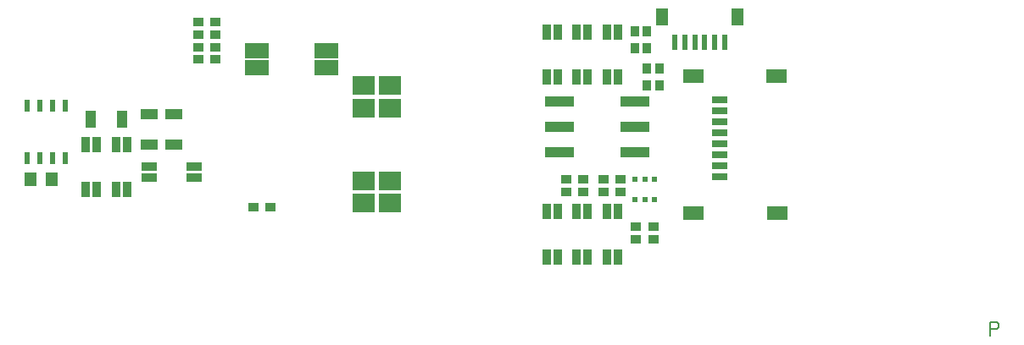
<source format=gtp>
G04 BAE OUTPUT*
%MOIN*%
%ADD10C,0.00500*%
%ADD11C,0.00787*%
%ADD12R,0.00787X0.05904*%
%ADD13R,0.00787X0.05906*%
%ADD14R,0.00787X0.06299*%
%ADD15R,0.00787X0.10236*%
%ADD16C,0.00984*%
%ADD17R,0.00984X0.09843*%
%ADD18R,0.00984X0.11811*%
%ADD19R,0.00984X0.27559*%
%ADD20R,0.00984X0.44291*%
%ADD21C,0.00985*%
%ADD22R,0.00985X0.09843*%
%ADD23R,0.00985X0.11811*%
%ADD24R,0.00985X0.27559*%
%ADD25R,0.00985X0.44291*%
%ADD26R,0.01102X0.05904*%
%ADD27R,0.01102X0.05906*%
%ADD28C,0.01181*%
%ADD29R,0.01181X0.06102*%
%ADD30R,0.01181X0.11811*%
%ADD31C,0.01575*%
%ADD32R,0.01575X0.02362*%
%ADD33R,0.01575X0.05906*%
%ADD34R,0.01575X0.18898*%
%ADD35R,0.01575X0.23228*%
%ADD36C,0.01576*%
%ADD37R,0.01576X0.02362*%
%ADD38R,0.01576X0.05904*%
%ADD39R,0.01576X0.18898*%
%ADD40R,0.01576X0.23228*%
%ADD41R,0.01693X0.06496*%
%ADD42R,0.01772X0.06693*%
%ADD43C,0.01969*%
%ADD44R,0.01969X0.02362*%
%ADD45R,0.02164X0.06496*%
%ADD46R,0.02165X0.06496*%
%ADD47R,0.02362X0.01575*%
%ADD48R,0.02362X0.01576*%
%ADD49R,0.02362X0.01969*%
%ADD50C,0.02362*%
%ADD51R,0.02362X0.02362*%
%ADD52R,0.02362X0.02755*%
%ADD53R,0.02362X0.02756*%
%ADD54R,0.02362X0.05118*%
%ADD55R,0.02362X0.06102*%
%ADD56R,0.02520X0.02520*%
%ADD57R,0.02755X0.02362*%
%ADD58R,0.02756X0.02362*%
%ADD59R,0.02953X0.03346*%
%ADD60R,0.02953X0.05709*%
%ADD61R,0.02953X0.06693*%
%ADD62R,0.03150X0.05904*%
%ADD63R,0.03150X0.05906*%
%ADD64R,0.03346X0.02953*%
%ADD65C,0.03543*%
%ADD66R,0.03543X0.04331*%
%ADD67R,0.03543X0.04724*%
%ADD68R,0.03543X0.04725*%
%ADD69R,0.03543X0.05904*%
%ADD70R,0.03543X0.05906*%
%ADD71R,0.03543X0.06299*%
%ADD72R,0.03740X0.06496*%
%ADD73C,0.03937*%
%ADD74R,0.03937X0.04134*%
%ADD75R,0.03937X0.06693*%
%ADD76R,0.03937X0.11811*%
%ADD77R,0.04134X0.03937*%
%ADD78R,0.04134X0.04921*%
%ADD79R,0.04134X0.05315*%
%ADD80R,0.04134X0.05316*%
%ADD81R,0.04134X0.08661*%
%ADD82R,0.04331X0.03543*%
%ADD83R,0.04331X0.06693*%
%ADD84R,0.04331X0.10236*%
%ADD85R,0.04528X0.04724*%
%ADD86R,0.04528X0.04725*%
%ADD87R,0.04528X0.07283*%
%ADD88R,0.04528X0.12402*%
%ADD89R,0.04724X0.03543*%
%ADD90R,0.04724X0.04528*%
%ADD91R,0.04724X0.05512*%
%ADD92R,0.04724X0.05906*%
%ADD93R,0.04724X0.07087*%
%ADD94R,0.04724X0.09252*%
%ADD95R,0.04725X0.03543*%
%ADD96R,0.04725X0.04528*%
%ADD97R,0.04725X0.05512*%
%ADD98R,0.04725X0.05904*%
%ADD99R,0.04725X0.07087*%
%ADD100R,0.04725X0.09252*%
%ADD101R,0.04921X0.04134*%
%ADD102R,0.04921X0.07283*%
%ADD103R,0.04921X0.10827*%
%ADD104R,0.05118X0.02362*%
%ADD105R,0.05315X0.04134*%
%ADD106R,0.05315X0.06102*%
%ADD107R,0.05315X0.06496*%
%ADD108R,0.05315X0.07677*%
%ADD109R,0.05316X0.04134*%
%ADD110R,0.05316X0.06102*%
%ADD111R,0.05316X0.06496*%
%ADD112R,0.05316X0.07677*%
%ADD113R,0.05512X0.04724*%
%ADD114R,0.05512X0.04725*%
%ADD115R,0.05709X0.02953*%
%ADD116R,0.05709X0.07874*%
%ADD117R,0.05709X0.07875*%
%ADD118R,0.05904X0.00787*%
%ADD119R,0.05904X0.01102*%
%ADD120R,0.05904X0.01576*%
%ADD121R,0.05904X0.03150*%
%ADD122R,0.05904X0.03543*%
%ADD123R,0.05904X0.04725*%
%ADD124R,0.05904X0.09449*%
%ADD125R,0.05906X0.00787*%
%ADD126R,0.05906X0.01102*%
%ADD127R,0.05906X0.01575*%
%ADD128R,0.05906X0.03150*%
%ADD129R,0.05906X0.03543*%
%ADD130R,0.05906X0.04724*%
%ADD131R,0.05906X0.09449*%
%ADD132R,0.06102X0.01181*%
%ADD133R,0.06102X0.02362*%
%ADD134R,0.06102X0.05315*%
%ADD135R,0.06102X0.05316*%
%ADD136R,0.06299X0.00787*%
%ADD137R,0.06299X0.03543*%
%ADD138C,0.06299*%
%ADD139R,0.06299X0.08268*%
%ADD140R,0.06299X0.08465*%
%ADD141R,0.06299X0.08466*%
%ADD142R,0.06299X0.13780*%
%ADD143R,0.06496X0.01693*%
%ADD144R,0.06496X0.02164*%
%ADD145R,0.06496X0.02165*%
%ADD146R,0.06496X0.03740*%
%ADD147R,0.06496X0.05315*%
%ADD148R,0.06496X0.05316*%
%ADD149R,0.06693X0.01772*%
%ADD150R,0.06693X0.02953*%
%ADD151R,0.06693X0.03937*%
%ADD152R,0.06693X0.04331*%
%ADD153R,0.06890X0.08858*%
%ADD154R,0.06890X0.14370*%
%ADD155R,0.07087X0.04724*%
%ADD156R,0.07087X0.04725*%
%ADD157C,0.07087*%
%ADD158R,0.07283X0.04528*%
%ADD159R,0.07283X0.04921*%
%ADD160R,0.07283X0.08661*%
%ADD161C,0.07480*%
%ADD162R,0.07677X0.05315*%
%ADD163R,0.07677X0.05316*%
%ADD164C,0.07677*%
%ADD165R,0.07874X0.05709*%
%ADD166R,0.07874X0.23622*%
%ADD167R,0.07875X0.05709*%
%ADD168R,0.07875X0.23622*%
%ADD169R,0.08268X0.06299*%
%ADD170C,0.08268*%
%ADD171R,0.08465X0.06299*%
%ADD172R,0.08465X0.24213*%
%ADD173R,0.08466X0.06299*%
%ADD174R,0.08466X0.24213*%
%ADD175R,0.08661X0.04134*%
%ADD176R,0.08661X0.07283*%
%ADD177R,0.08858X0.06890*%
%ADD178C,0.09054*%
%ADD179C,0.09055*%
%ADD180R,0.09252X0.04724*%
%ADD181R,0.09252X0.04725*%
%ADD182R,0.09449X0.05904*%
%ADD183R,0.09449X0.05906*%
%ADD184C,0.09449*%
%ADD185R,0.09843X0.00984*%
%ADD186R,0.09843X0.00985*%
%ADD187R,0.09843X0.12992*%
%ADD188R,0.10236X0.00787*%
%ADD189R,0.10236X0.04331*%
%ADD190R,0.10433X0.13583*%
%ADD191R,0.10827X0.04921*%
%ADD192R,0.11811X0.00984*%
%ADD193R,0.11811X0.00985*%
%ADD194R,0.11811X0.01181*%
%ADD195R,0.11811X0.03937*%
%ADD196R,0.12402X0.04528*%
%ADD197C,0.12598*%
%ADD198R,0.12992X0.09843*%
%ADD199R,0.13583X0.10433*%
%ADD200R,0.13780X0.06299*%
%ADD201R,0.14370X0.06890*%
%ADD202R,0.16142X0.18898*%
%ADD203R,0.16732X0.19488*%
%ADD204C,0.17717*%
%ADD205R,0.18898X0.01575*%
%ADD206R,0.18898X0.01576*%
%ADD207R,0.18898X0.16142*%
%ADD208R,0.19488X0.16732*%
%ADD209R,0.23228X0.01575*%
%ADD210R,0.23228X0.01576*%
%ADD211R,0.23622X0.07874*%
%ADD212R,0.23622X0.07875*%
%ADD213R,0.24213X0.08465*%
%ADD214R,0.24213X0.08466*%
%ADD215R,0.27559X0.00984*%
%ADD216R,0.27559X0.00985*%
%ADD217R,0.44291X0.00984*%
%ADD218R,0.44291X0.00985*%
%FSLAX34Y34*%
%MOMM*%
G01*
X0Y0D02*
G54D11*
X1447500Y180833D02*
Y194167D01*
X1447500Y194167D02*
X1454167D01*
X1454167Y194167D02*
X1455833Y192500D01*
X1455833Y192500D02*
Y189167D01*
X1455833Y189167D02*
X1454167Y187500D01*
X1454167Y187500D02*
X1447500D01*
D02*
G54D44*
X1112000Y337500D03*
X1102500D03*
X1093000D03*
Y317500D03*
X1102500D03*
X1112000D03*
G54D54*
X524050Y411500D03*
X511350D03*
X498650D03*
X485950D03*
Y358500D03*
X498650D03*
X511350D03*
X524050D03*
G54D55*
X1132500Y475000D03*
X1142500D03*
X1152500D03*
X1162500D03*
X1172500D03*
X1182500D03*
G54D66*
X1105000Y448500D03*
Y431500D03*
Y486000D03*
Y469000D03*
X1092500Y486000D03*
Y469000D03*
X1117500Y448500D03*
Y431500D03*
G54D70*
X1045500Y485000D03*
X1034500D03*
X1045500Y440000D03*
X1034500D03*
X1075500Y485000D03*
X1064500D03*
X1075500Y440000D03*
X1064500D03*
X1015500Y485000D03*
X1004500D03*
X1015500Y440000D03*
X1004500D03*
Y260000D03*
X1015500D03*
X1004500Y305000D03*
X1015500D03*
X1034500Y260000D03*
X1045500D03*
X1034500Y305000D03*
X1045500D03*
X1064500Y260000D03*
X1075500D03*
X1064500Y305000D03*
X1075500D03*
X574500Y327500D03*
X585500D03*
X574500Y372500D03*
X585500D03*
X544500Y327500D03*
X555500D03*
X544500Y372500D03*
X555500D03*
G54D82*
X1024000Y325000D03*
X1041000D03*
X1024000Y337500D03*
X1041000D03*
X1111000Y290000D03*
X1094000D03*
X1111000Y277500D03*
X1094000D03*
X1078500Y325000D03*
X1061500D03*
X1078500Y337500D03*
X1061500D03*
X728500Y310000D03*
X711500D03*
X673500Y495000D03*
X656500D03*
Y482500D03*
X673500D03*
Y457500D03*
X656500D03*
Y470000D03*
X673500D03*
G54D83*
X580500Y397500D03*
X549500D03*
G54D91*
X489500Y337500D03*
X510500D03*
G54D93*
X1119500Y500250D03*
X1195500D03*
G54D128*
X1177500Y340500D03*
Y351500D03*
Y362500D03*
Y373500D03*
Y384500D03*
Y395500D03*
Y406500D03*
Y417500D03*
G54D129*
X607500Y350500D03*
Y339500D03*
X652500Y350500D03*
Y339500D03*
G54D152*
X607500Y372000D03*
Y403000D03*
X632500Y372000D03*
Y403000D03*
G54D165*
X1151500Y303750D03*
Y441250D03*
X1234600Y303750D03*
X1234500Y441250D03*
G54D176*
X822000Y313750D03*
Y336250D03*
X848000Y313750D03*
Y336250D03*
X822000Y408750D03*
Y431250D03*
X848000Y408750D03*
Y431250D03*
G54D183*
X784500Y449000D03*
Y466000D03*
X715500Y449000D03*
Y466000D03*
G54D195*
X1092500Y364600D03*
X1017500Y415400D03*
X1092500D03*
X1017500Y364600D03*
X1092500Y390000D03*
X1017500D03*
X0Y0D02*
M02*
*

</source>
